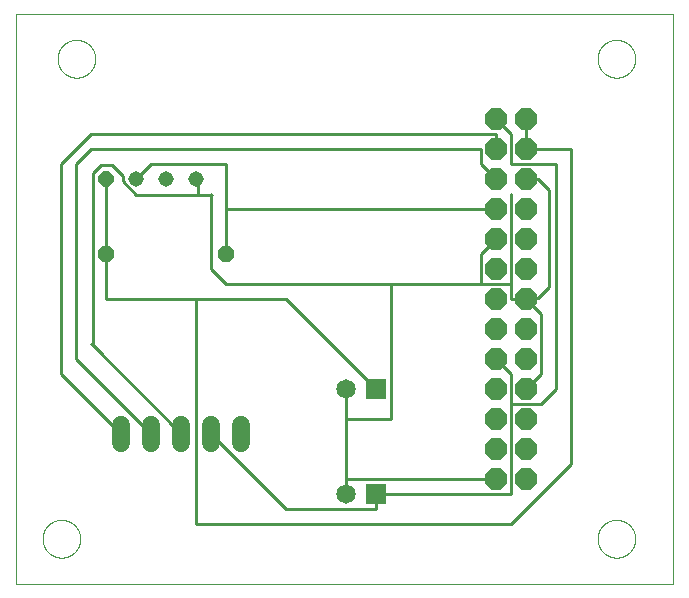
<source format=gtl>
G75*
%MOIN*%
%OFA0B0*%
%FSLAX25Y25*%
%IPPOS*%
%LPD*%
%AMOC8*
5,1,8,0,0,1.08239X$1,22.5*
%
%ADD10C,0.00000*%
%ADD11OC8,0.05150*%
%ADD12C,0.05150*%
%ADD13OC8,0.07400*%
%ADD14R,0.06500X0.06500*%
%ADD15C,0.06500*%
%ADD16OC8,0.05200*%
%ADD17C,0.06000*%
%ADD18C,0.01000*%
D10*
X0001000Y0001000D02*
X0001000Y0190961D01*
X0219701Y0190961D01*
X0219701Y0001000D01*
X0001000Y0001000D01*
X0009701Y0016000D02*
X0009703Y0016158D01*
X0009709Y0016316D01*
X0009719Y0016474D01*
X0009733Y0016632D01*
X0009751Y0016789D01*
X0009772Y0016946D01*
X0009798Y0017102D01*
X0009828Y0017258D01*
X0009861Y0017413D01*
X0009899Y0017566D01*
X0009940Y0017719D01*
X0009985Y0017871D01*
X0010034Y0018022D01*
X0010087Y0018171D01*
X0010143Y0018319D01*
X0010203Y0018465D01*
X0010267Y0018610D01*
X0010335Y0018753D01*
X0010406Y0018895D01*
X0010480Y0019035D01*
X0010558Y0019172D01*
X0010640Y0019308D01*
X0010724Y0019442D01*
X0010813Y0019573D01*
X0010904Y0019702D01*
X0010999Y0019829D01*
X0011096Y0019954D01*
X0011197Y0020076D01*
X0011301Y0020195D01*
X0011408Y0020312D01*
X0011518Y0020426D01*
X0011631Y0020537D01*
X0011746Y0020646D01*
X0011864Y0020751D01*
X0011985Y0020853D01*
X0012108Y0020953D01*
X0012234Y0021049D01*
X0012362Y0021142D01*
X0012492Y0021232D01*
X0012625Y0021318D01*
X0012760Y0021402D01*
X0012896Y0021481D01*
X0013035Y0021558D01*
X0013176Y0021630D01*
X0013318Y0021700D01*
X0013462Y0021765D01*
X0013608Y0021827D01*
X0013755Y0021885D01*
X0013904Y0021940D01*
X0014054Y0021991D01*
X0014205Y0022038D01*
X0014357Y0022081D01*
X0014510Y0022120D01*
X0014665Y0022156D01*
X0014820Y0022187D01*
X0014976Y0022215D01*
X0015132Y0022239D01*
X0015289Y0022259D01*
X0015447Y0022275D01*
X0015604Y0022287D01*
X0015763Y0022295D01*
X0015921Y0022299D01*
X0016079Y0022299D01*
X0016237Y0022295D01*
X0016396Y0022287D01*
X0016553Y0022275D01*
X0016711Y0022259D01*
X0016868Y0022239D01*
X0017024Y0022215D01*
X0017180Y0022187D01*
X0017335Y0022156D01*
X0017490Y0022120D01*
X0017643Y0022081D01*
X0017795Y0022038D01*
X0017946Y0021991D01*
X0018096Y0021940D01*
X0018245Y0021885D01*
X0018392Y0021827D01*
X0018538Y0021765D01*
X0018682Y0021700D01*
X0018824Y0021630D01*
X0018965Y0021558D01*
X0019104Y0021481D01*
X0019240Y0021402D01*
X0019375Y0021318D01*
X0019508Y0021232D01*
X0019638Y0021142D01*
X0019766Y0021049D01*
X0019892Y0020953D01*
X0020015Y0020853D01*
X0020136Y0020751D01*
X0020254Y0020646D01*
X0020369Y0020537D01*
X0020482Y0020426D01*
X0020592Y0020312D01*
X0020699Y0020195D01*
X0020803Y0020076D01*
X0020904Y0019954D01*
X0021001Y0019829D01*
X0021096Y0019702D01*
X0021187Y0019573D01*
X0021276Y0019442D01*
X0021360Y0019308D01*
X0021442Y0019172D01*
X0021520Y0019035D01*
X0021594Y0018895D01*
X0021665Y0018753D01*
X0021733Y0018610D01*
X0021797Y0018465D01*
X0021857Y0018319D01*
X0021913Y0018171D01*
X0021966Y0018022D01*
X0022015Y0017871D01*
X0022060Y0017719D01*
X0022101Y0017566D01*
X0022139Y0017413D01*
X0022172Y0017258D01*
X0022202Y0017102D01*
X0022228Y0016946D01*
X0022249Y0016789D01*
X0022267Y0016632D01*
X0022281Y0016474D01*
X0022291Y0016316D01*
X0022297Y0016158D01*
X0022299Y0016000D01*
X0022297Y0015842D01*
X0022291Y0015684D01*
X0022281Y0015526D01*
X0022267Y0015368D01*
X0022249Y0015211D01*
X0022228Y0015054D01*
X0022202Y0014898D01*
X0022172Y0014742D01*
X0022139Y0014587D01*
X0022101Y0014434D01*
X0022060Y0014281D01*
X0022015Y0014129D01*
X0021966Y0013978D01*
X0021913Y0013829D01*
X0021857Y0013681D01*
X0021797Y0013535D01*
X0021733Y0013390D01*
X0021665Y0013247D01*
X0021594Y0013105D01*
X0021520Y0012965D01*
X0021442Y0012828D01*
X0021360Y0012692D01*
X0021276Y0012558D01*
X0021187Y0012427D01*
X0021096Y0012298D01*
X0021001Y0012171D01*
X0020904Y0012046D01*
X0020803Y0011924D01*
X0020699Y0011805D01*
X0020592Y0011688D01*
X0020482Y0011574D01*
X0020369Y0011463D01*
X0020254Y0011354D01*
X0020136Y0011249D01*
X0020015Y0011147D01*
X0019892Y0011047D01*
X0019766Y0010951D01*
X0019638Y0010858D01*
X0019508Y0010768D01*
X0019375Y0010682D01*
X0019240Y0010598D01*
X0019104Y0010519D01*
X0018965Y0010442D01*
X0018824Y0010370D01*
X0018682Y0010300D01*
X0018538Y0010235D01*
X0018392Y0010173D01*
X0018245Y0010115D01*
X0018096Y0010060D01*
X0017946Y0010009D01*
X0017795Y0009962D01*
X0017643Y0009919D01*
X0017490Y0009880D01*
X0017335Y0009844D01*
X0017180Y0009813D01*
X0017024Y0009785D01*
X0016868Y0009761D01*
X0016711Y0009741D01*
X0016553Y0009725D01*
X0016396Y0009713D01*
X0016237Y0009705D01*
X0016079Y0009701D01*
X0015921Y0009701D01*
X0015763Y0009705D01*
X0015604Y0009713D01*
X0015447Y0009725D01*
X0015289Y0009741D01*
X0015132Y0009761D01*
X0014976Y0009785D01*
X0014820Y0009813D01*
X0014665Y0009844D01*
X0014510Y0009880D01*
X0014357Y0009919D01*
X0014205Y0009962D01*
X0014054Y0010009D01*
X0013904Y0010060D01*
X0013755Y0010115D01*
X0013608Y0010173D01*
X0013462Y0010235D01*
X0013318Y0010300D01*
X0013176Y0010370D01*
X0013035Y0010442D01*
X0012896Y0010519D01*
X0012760Y0010598D01*
X0012625Y0010682D01*
X0012492Y0010768D01*
X0012362Y0010858D01*
X0012234Y0010951D01*
X0012108Y0011047D01*
X0011985Y0011147D01*
X0011864Y0011249D01*
X0011746Y0011354D01*
X0011631Y0011463D01*
X0011518Y0011574D01*
X0011408Y0011688D01*
X0011301Y0011805D01*
X0011197Y0011924D01*
X0011096Y0012046D01*
X0010999Y0012171D01*
X0010904Y0012298D01*
X0010813Y0012427D01*
X0010724Y0012558D01*
X0010640Y0012692D01*
X0010558Y0012828D01*
X0010480Y0012965D01*
X0010406Y0013105D01*
X0010335Y0013247D01*
X0010267Y0013390D01*
X0010203Y0013535D01*
X0010143Y0013681D01*
X0010087Y0013829D01*
X0010034Y0013978D01*
X0009985Y0014129D01*
X0009940Y0014281D01*
X0009899Y0014434D01*
X0009861Y0014587D01*
X0009828Y0014742D01*
X0009798Y0014898D01*
X0009772Y0015054D01*
X0009751Y0015211D01*
X0009733Y0015368D01*
X0009719Y0015526D01*
X0009709Y0015684D01*
X0009703Y0015842D01*
X0009701Y0016000D01*
X0014701Y0176000D02*
X0014703Y0176158D01*
X0014709Y0176316D01*
X0014719Y0176474D01*
X0014733Y0176632D01*
X0014751Y0176789D01*
X0014772Y0176946D01*
X0014798Y0177102D01*
X0014828Y0177258D01*
X0014861Y0177413D01*
X0014899Y0177566D01*
X0014940Y0177719D01*
X0014985Y0177871D01*
X0015034Y0178022D01*
X0015087Y0178171D01*
X0015143Y0178319D01*
X0015203Y0178465D01*
X0015267Y0178610D01*
X0015335Y0178753D01*
X0015406Y0178895D01*
X0015480Y0179035D01*
X0015558Y0179172D01*
X0015640Y0179308D01*
X0015724Y0179442D01*
X0015813Y0179573D01*
X0015904Y0179702D01*
X0015999Y0179829D01*
X0016096Y0179954D01*
X0016197Y0180076D01*
X0016301Y0180195D01*
X0016408Y0180312D01*
X0016518Y0180426D01*
X0016631Y0180537D01*
X0016746Y0180646D01*
X0016864Y0180751D01*
X0016985Y0180853D01*
X0017108Y0180953D01*
X0017234Y0181049D01*
X0017362Y0181142D01*
X0017492Y0181232D01*
X0017625Y0181318D01*
X0017760Y0181402D01*
X0017896Y0181481D01*
X0018035Y0181558D01*
X0018176Y0181630D01*
X0018318Y0181700D01*
X0018462Y0181765D01*
X0018608Y0181827D01*
X0018755Y0181885D01*
X0018904Y0181940D01*
X0019054Y0181991D01*
X0019205Y0182038D01*
X0019357Y0182081D01*
X0019510Y0182120D01*
X0019665Y0182156D01*
X0019820Y0182187D01*
X0019976Y0182215D01*
X0020132Y0182239D01*
X0020289Y0182259D01*
X0020447Y0182275D01*
X0020604Y0182287D01*
X0020763Y0182295D01*
X0020921Y0182299D01*
X0021079Y0182299D01*
X0021237Y0182295D01*
X0021396Y0182287D01*
X0021553Y0182275D01*
X0021711Y0182259D01*
X0021868Y0182239D01*
X0022024Y0182215D01*
X0022180Y0182187D01*
X0022335Y0182156D01*
X0022490Y0182120D01*
X0022643Y0182081D01*
X0022795Y0182038D01*
X0022946Y0181991D01*
X0023096Y0181940D01*
X0023245Y0181885D01*
X0023392Y0181827D01*
X0023538Y0181765D01*
X0023682Y0181700D01*
X0023824Y0181630D01*
X0023965Y0181558D01*
X0024104Y0181481D01*
X0024240Y0181402D01*
X0024375Y0181318D01*
X0024508Y0181232D01*
X0024638Y0181142D01*
X0024766Y0181049D01*
X0024892Y0180953D01*
X0025015Y0180853D01*
X0025136Y0180751D01*
X0025254Y0180646D01*
X0025369Y0180537D01*
X0025482Y0180426D01*
X0025592Y0180312D01*
X0025699Y0180195D01*
X0025803Y0180076D01*
X0025904Y0179954D01*
X0026001Y0179829D01*
X0026096Y0179702D01*
X0026187Y0179573D01*
X0026276Y0179442D01*
X0026360Y0179308D01*
X0026442Y0179172D01*
X0026520Y0179035D01*
X0026594Y0178895D01*
X0026665Y0178753D01*
X0026733Y0178610D01*
X0026797Y0178465D01*
X0026857Y0178319D01*
X0026913Y0178171D01*
X0026966Y0178022D01*
X0027015Y0177871D01*
X0027060Y0177719D01*
X0027101Y0177566D01*
X0027139Y0177413D01*
X0027172Y0177258D01*
X0027202Y0177102D01*
X0027228Y0176946D01*
X0027249Y0176789D01*
X0027267Y0176632D01*
X0027281Y0176474D01*
X0027291Y0176316D01*
X0027297Y0176158D01*
X0027299Y0176000D01*
X0027297Y0175842D01*
X0027291Y0175684D01*
X0027281Y0175526D01*
X0027267Y0175368D01*
X0027249Y0175211D01*
X0027228Y0175054D01*
X0027202Y0174898D01*
X0027172Y0174742D01*
X0027139Y0174587D01*
X0027101Y0174434D01*
X0027060Y0174281D01*
X0027015Y0174129D01*
X0026966Y0173978D01*
X0026913Y0173829D01*
X0026857Y0173681D01*
X0026797Y0173535D01*
X0026733Y0173390D01*
X0026665Y0173247D01*
X0026594Y0173105D01*
X0026520Y0172965D01*
X0026442Y0172828D01*
X0026360Y0172692D01*
X0026276Y0172558D01*
X0026187Y0172427D01*
X0026096Y0172298D01*
X0026001Y0172171D01*
X0025904Y0172046D01*
X0025803Y0171924D01*
X0025699Y0171805D01*
X0025592Y0171688D01*
X0025482Y0171574D01*
X0025369Y0171463D01*
X0025254Y0171354D01*
X0025136Y0171249D01*
X0025015Y0171147D01*
X0024892Y0171047D01*
X0024766Y0170951D01*
X0024638Y0170858D01*
X0024508Y0170768D01*
X0024375Y0170682D01*
X0024240Y0170598D01*
X0024104Y0170519D01*
X0023965Y0170442D01*
X0023824Y0170370D01*
X0023682Y0170300D01*
X0023538Y0170235D01*
X0023392Y0170173D01*
X0023245Y0170115D01*
X0023096Y0170060D01*
X0022946Y0170009D01*
X0022795Y0169962D01*
X0022643Y0169919D01*
X0022490Y0169880D01*
X0022335Y0169844D01*
X0022180Y0169813D01*
X0022024Y0169785D01*
X0021868Y0169761D01*
X0021711Y0169741D01*
X0021553Y0169725D01*
X0021396Y0169713D01*
X0021237Y0169705D01*
X0021079Y0169701D01*
X0020921Y0169701D01*
X0020763Y0169705D01*
X0020604Y0169713D01*
X0020447Y0169725D01*
X0020289Y0169741D01*
X0020132Y0169761D01*
X0019976Y0169785D01*
X0019820Y0169813D01*
X0019665Y0169844D01*
X0019510Y0169880D01*
X0019357Y0169919D01*
X0019205Y0169962D01*
X0019054Y0170009D01*
X0018904Y0170060D01*
X0018755Y0170115D01*
X0018608Y0170173D01*
X0018462Y0170235D01*
X0018318Y0170300D01*
X0018176Y0170370D01*
X0018035Y0170442D01*
X0017896Y0170519D01*
X0017760Y0170598D01*
X0017625Y0170682D01*
X0017492Y0170768D01*
X0017362Y0170858D01*
X0017234Y0170951D01*
X0017108Y0171047D01*
X0016985Y0171147D01*
X0016864Y0171249D01*
X0016746Y0171354D01*
X0016631Y0171463D01*
X0016518Y0171574D01*
X0016408Y0171688D01*
X0016301Y0171805D01*
X0016197Y0171924D01*
X0016096Y0172046D01*
X0015999Y0172171D01*
X0015904Y0172298D01*
X0015813Y0172427D01*
X0015724Y0172558D01*
X0015640Y0172692D01*
X0015558Y0172828D01*
X0015480Y0172965D01*
X0015406Y0173105D01*
X0015335Y0173247D01*
X0015267Y0173390D01*
X0015203Y0173535D01*
X0015143Y0173681D01*
X0015087Y0173829D01*
X0015034Y0173978D01*
X0014985Y0174129D01*
X0014940Y0174281D01*
X0014899Y0174434D01*
X0014861Y0174587D01*
X0014828Y0174742D01*
X0014798Y0174898D01*
X0014772Y0175054D01*
X0014751Y0175211D01*
X0014733Y0175368D01*
X0014719Y0175526D01*
X0014709Y0175684D01*
X0014703Y0175842D01*
X0014701Y0176000D01*
X0194701Y0176000D02*
X0194703Y0176158D01*
X0194709Y0176316D01*
X0194719Y0176474D01*
X0194733Y0176632D01*
X0194751Y0176789D01*
X0194772Y0176946D01*
X0194798Y0177102D01*
X0194828Y0177258D01*
X0194861Y0177413D01*
X0194899Y0177566D01*
X0194940Y0177719D01*
X0194985Y0177871D01*
X0195034Y0178022D01*
X0195087Y0178171D01*
X0195143Y0178319D01*
X0195203Y0178465D01*
X0195267Y0178610D01*
X0195335Y0178753D01*
X0195406Y0178895D01*
X0195480Y0179035D01*
X0195558Y0179172D01*
X0195640Y0179308D01*
X0195724Y0179442D01*
X0195813Y0179573D01*
X0195904Y0179702D01*
X0195999Y0179829D01*
X0196096Y0179954D01*
X0196197Y0180076D01*
X0196301Y0180195D01*
X0196408Y0180312D01*
X0196518Y0180426D01*
X0196631Y0180537D01*
X0196746Y0180646D01*
X0196864Y0180751D01*
X0196985Y0180853D01*
X0197108Y0180953D01*
X0197234Y0181049D01*
X0197362Y0181142D01*
X0197492Y0181232D01*
X0197625Y0181318D01*
X0197760Y0181402D01*
X0197896Y0181481D01*
X0198035Y0181558D01*
X0198176Y0181630D01*
X0198318Y0181700D01*
X0198462Y0181765D01*
X0198608Y0181827D01*
X0198755Y0181885D01*
X0198904Y0181940D01*
X0199054Y0181991D01*
X0199205Y0182038D01*
X0199357Y0182081D01*
X0199510Y0182120D01*
X0199665Y0182156D01*
X0199820Y0182187D01*
X0199976Y0182215D01*
X0200132Y0182239D01*
X0200289Y0182259D01*
X0200447Y0182275D01*
X0200604Y0182287D01*
X0200763Y0182295D01*
X0200921Y0182299D01*
X0201079Y0182299D01*
X0201237Y0182295D01*
X0201396Y0182287D01*
X0201553Y0182275D01*
X0201711Y0182259D01*
X0201868Y0182239D01*
X0202024Y0182215D01*
X0202180Y0182187D01*
X0202335Y0182156D01*
X0202490Y0182120D01*
X0202643Y0182081D01*
X0202795Y0182038D01*
X0202946Y0181991D01*
X0203096Y0181940D01*
X0203245Y0181885D01*
X0203392Y0181827D01*
X0203538Y0181765D01*
X0203682Y0181700D01*
X0203824Y0181630D01*
X0203965Y0181558D01*
X0204104Y0181481D01*
X0204240Y0181402D01*
X0204375Y0181318D01*
X0204508Y0181232D01*
X0204638Y0181142D01*
X0204766Y0181049D01*
X0204892Y0180953D01*
X0205015Y0180853D01*
X0205136Y0180751D01*
X0205254Y0180646D01*
X0205369Y0180537D01*
X0205482Y0180426D01*
X0205592Y0180312D01*
X0205699Y0180195D01*
X0205803Y0180076D01*
X0205904Y0179954D01*
X0206001Y0179829D01*
X0206096Y0179702D01*
X0206187Y0179573D01*
X0206276Y0179442D01*
X0206360Y0179308D01*
X0206442Y0179172D01*
X0206520Y0179035D01*
X0206594Y0178895D01*
X0206665Y0178753D01*
X0206733Y0178610D01*
X0206797Y0178465D01*
X0206857Y0178319D01*
X0206913Y0178171D01*
X0206966Y0178022D01*
X0207015Y0177871D01*
X0207060Y0177719D01*
X0207101Y0177566D01*
X0207139Y0177413D01*
X0207172Y0177258D01*
X0207202Y0177102D01*
X0207228Y0176946D01*
X0207249Y0176789D01*
X0207267Y0176632D01*
X0207281Y0176474D01*
X0207291Y0176316D01*
X0207297Y0176158D01*
X0207299Y0176000D01*
X0207297Y0175842D01*
X0207291Y0175684D01*
X0207281Y0175526D01*
X0207267Y0175368D01*
X0207249Y0175211D01*
X0207228Y0175054D01*
X0207202Y0174898D01*
X0207172Y0174742D01*
X0207139Y0174587D01*
X0207101Y0174434D01*
X0207060Y0174281D01*
X0207015Y0174129D01*
X0206966Y0173978D01*
X0206913Y0173829D01*
X0206857Y0173681D01*
X0206797Y0173535D01*
X0206733Y0173390D01*
X0206665Y0173247D01*
X0206594Y0173105D01*
X0206520Y0172965D01*
X0206442Y0172828D01*
X0206360Y0172692D01*
X0206276Y0172558D01*
X0206187Y0172427D01*
X0206096Y0172298D01*
X0206001Y0172171D01*
X0205904Y0172046D01*
X0205803Y0171924D01*
X0205699Y0171805D01*
X0205592Y0171688D01*
X0205482Y0171574D01*
X0205369Y0171463D01*
X0205254Y0171354D01*
X0205136Y0171249D01*
X0205015Y0171147D01*
X0204892Y0171047D01*
X0204766Y0170951D01*
X0204638Y0170858D01*
X0204508Y0170768D01*
X0204375Y0170682D01*
X0204240Y0170598D01*
X0204104Y0170519D01*
X0203965Y0170442D01*
X0203824Y0170370D01*
X0203682Y0170300D01*
X0203538Y0170235D01*
X0203392Y0170173D01*
X0203245Y0170115D01*
X0203096Y0170060D01*
X0202946Y0170009D01*
X0202795Y0169962D01*
X0202643Y0169919D01*
X0202490Y0169880D01*
X0202335Y0169844D01*
X0202180Y0169813D01*
X0202024Y0169785D01*
X0201868Y0169761D01*
X0201711Y0169741D01*
X0201553Y0169725D01*
X0201396Y0169713D01*
X0201237Y0169705D01*
X0201079Y0169701D01*
X0200921Y0169701D01*
X0200763Y0169705D01*
X0200604Y0169713D01*
X0200447Y0169725D01*
X0200289Y0169741D01*
X0200132Y0169761D01*
X0199976Y0169785D01*
X0199820Y0169813D01*
X0199665Y0169844D01*
X0199510Y0169880D01*
X0199357Y0169919D01*
X0199205Y0169962D01*
X0199054Y0170009D01*
X0198904Y0170060D01*
X0198755Y0170115D01*
X0198608Y0170173D01*
X0198462Y0170235D01*
X0198318Y0170300D01*
X0198176Y0170370D01*
X0198035Y0170442D01*
X0197896Y0170519D01*
X0197760Y0170598D01*
X0197625Y0170682D01*
X0197492Y0170768D01*
X0197362Y0170858D01*
X0197234Y0170951D01*
X0197108Y0171047D01*
X0196985Y0171147D01*
X0196864Y0171249D01*
X0196746Y0171354D01*
X0196631Y0171463D01*
X0196518Y0171574D01*
X0196408Y0171688D01*
X0196301Y0171805D01*
X0196197Y0171924D01*
X0196096Y0172046D01*
X0195999Y0172171D01*
X0195904Y0172298D01*
X0195813Y0172427D01*
X0195724Y0172558D01*
X0195640Y0172692D01*
X0195558Y0172828D01*
X0195480Y0172965D01*
X0195406Y0173105D01*
X0195335Y0173247D01*
X0195267Y0173390D01*
X0195203Y0173535D01*
X0195143Y0173681D01*
X0195087Y0173829D01*
X0195034Y0173978D01*
X0194985Y0174129D01*
X0194940Y0174281D01*
X0194899Y0174434D01*
X0194861Y0174587D01*
X0194828Y0174742D01*
X0194798Y0174898D01*
X0194772Y0175054D01*
X0194751Y0175211D01*
X0194733Y0175368D01*
X0194719Y0175526D01*
X0194709Y0175684D01*
X0194703Y0175842D01*
X0194701Y0176000D01*
X0194701Y0016000D02*
X0194703Y0016158D01*
X0194709Y0016316D01*
X0194719Y0016474D01*
X0194733Y0016632D01*
X0194751Y0016789D01*
X0194772Y0016946D01*
X0194798Y0017102D01*
X0194828Y0017258D01*
X0194861Y0017413D01*
X0194899Y0017566D01*
X0194940Y0017719D01*
X0194985Y0017871D01*
X0195034Y0018022D01*
X0195087Y0018171D01*
X0195143Y0018319D01*
X0195203Y0018465D01*
X0195267Y0018610D01*
X0195335Y0018753D01*
X0195406Y0018895D01*
X0195480Y0019035D01*
X0195558Y0019172D01*
X0195640Y0019308D01*
X0195724Y0019442D01*
X0195813Y0019573D01*
X0195904Y0019702D01*
X0195999Y0019829D01*
X0196096Y0019954D01*
X0196197Y0020076D01*
X0196301Y0020195D01*
X0196408Y0020312D01*
X0196518Y0020426D01*
X0196631Y0020537D01*
X0196746Y0020646D01*
X0196864Y0020751D01*
X0196985Y0020853D01*
X0197108Y0020953D01*
X0197234Y0021049D01*
X0197362Y0021142D01*
X0197492Y0021232D01*
X0197625Y0021318D01*
X0197760Y0021402D01*
X0197896Y0021481D01*
X0198035Y0021558D01*
X0198176Y0021630D01*
X0198318Y0021700D01*
X0198462Y0021765D01*
X0198608Y0021827D01*
X0198755Y0021885D01*
X0198904Y0021940D01*
X0199054Y0021991D01*
X0199205Y0022038D01*
X0199357Y0022081D01*
X0199510Y0022120D01*
X0199665Y0022156D01*
X0199820Y0022187D01*
X0199976Y0022215D01*
X0200132Y0022239D01*
X0200289Y0022259D01*
X0200447Y0022275D01*
X0200604Y0022287D01*
X0200763Y0022295D01*
X0200921Y0022299D01*
X0201079Y0022299D01*
X0201237Y0022295D01*
X0201396Y0022287D01*
X0201553Y0022275D01*
X0201711Y0022259D01*
X0201868Y0022239D01*
X0202024Y0022215D01*
X0202180Y0022187D01*
X0202335Y0022156D01*
X0202490Y0022120D01*
X0202643Y0022081D01*
X0202795Y0022038D01*
X0202946Y0021991D01*
X0203096Y0021940D01*
X0203245Y0021885D01*
X0203392Y0021827D01*
X0203538Y0021765D01*
X0203682Y0021700D01*
X0203824Y0021630D01*
X0203965Y0021558D01*
X0204104Y0021481D01*
X0204240Y0021402D01*
X0204375Y0021318D01*
X0204508Y0021232D01*
X0204638Y0021142D01*
X0204766Y0021049D01*
X0204892Y0020953D01*
X0205015Y0020853D01*
X0205136Y0020751D01*
X0205254Y0020646D01*
X0205369Y0020537D01*
X0205482Y0020426D01*
X0205592Y0020312D01*
X0205699Y0020195D01*
X0205803Y0020076D01*
X0205904Y0019954D01*
X0206001Y0019829D01*
X0206096Y0019702D01*
X0206187Y0019573D01*
X0206276Y0019442D01*
X0206360Y0019308D01*
X0206442Y0019172D01*
X0206520Y0019035D01*
X0206594Y0018895D01*
X0206665Y0018753D01*
X0206733Y0018610D01*
X0206797Y0018465D01*
X0206857Y0018319D01*
X0206913Y0018171D01*
X0206966Y0018022D01*
X0207015Y0017871D01*
X0207060Y0017719D01*
X0207101Y0017566D01*
X0207139Y0017413D01*
X0207172Y0017258D01*
X0207202Y0017102D01*
X0207228Y0016946D01*
X0207249Y0016789D01*
X0207267Y0016632D01*
X0207281Y0016474D01*
X0207291Y0016316D01*
X0207297Y0016158D01*
X0207299Y0016000D01*
X0207297Y0015842D01*
X0207291Y0015684D01*
X0207281Y0015526D01*
X0207267Y0015368D01*
X0207249Y0015211D01*
X0207228Y0015054D01*
X0207202Y0014898D01*
X0207172Y0014742D01*
X0207139Y0014587D01*
X0207101Y0014434D01*
X0207060Y0014281D01*
X0207015Y0014129D01*
X0206966Y0013978D01*
X0206913Y0013829D01*
X0206857Y0013681D01*
X0206797Y0013535D01*
X0206733Y0013390D01*
X0206665Y0013247D01*
X0206594Y0013105D01*
X0206520Y0012965D01*
X0206442Y0012828D01*
X0206360Y0012692D01*
X0206276Y0012558D01*
X0206187Y0012427D01*
X0206096Y0012298D01*
X0206001Y0012171D01*
X0205904Y0012046D01*
X0205803Y0011924D01*
X0205699Y0011805D01*
X0205592Y0011688D01*
X0205482Y0011574D01*
X0205369Y0011463D01*
X0205254Y0011354D01*
X0205136Y0011249D01*
X0205015Y0011147D01*
X0204892Y0011047D01*
X0204766Y0010951D01*
X0204638Y0010858D01*
X0204508Y0010768D01*
X0204375Y0010682D01*
X0204240Y0010598D01*
X0204104Y0010519D01*
X0203965Y0010442D01*
X0203824Y0010370D01*
X0203682Y0010300D01*
X0203538Y0010235D01*
X0203392Y0010173D01*
X0203245Y0010115D01*
X0203096Y0010060D01*
X0202946Y0010009D01*
X0202795Y0009962D01*
X0202643Y0009919D01*
X0202490Y0009880D01*
X0202335Y0009844D01*
X0202180Y0009813D01*
X0202024Y0009785D01*
X0201868Y0009761D01*
X0201711Y0009741D01*
X0201553Y0009725D01*
X0201396Y0009713D01*
X0201237Y0009705D01*
X0201079Y0009701D01*
X0200921Y0009701D01*
X0200763Y0009705D01*
X0200604Y0009713D01*
X0200447Y0009725D01*
X0200289Y0009741D01*
X0200132Y0009761D01*
X0199976Y0009785D01*
X0199820Y0009813D01*
X0199665Y0009844D01*
X0199510Y0009880D01*
X0199357Y0009919D01*
X0199205Y0009962D01*
X0199054Y0010009D01*
X0198904Y0010060D01*
X0198755Y0010115D01*
X0198608Y0010173D01*
X0198462Y0010235D01*
X0198318Y0010300D01*
X0198176Y0010370D01*
X0198035Y0010442D01*
X0197896Y0010519D01*
X0197760Y0010598D01*
X0197625Y0010682D01*
X0197492Y0010768D01*
X0197362Y0010858D01*
X0197234Y0010951D01*
X0197108Y0011047D01*
X0196985Y0011147D01*
X0196864Y0011249D01*
X0196746Y0011354D01*
X0196631Y0011463D01*
X0196518Y0011574D01*
X0196408Y0011688D01*
X0196301Y0011805D01*
X0196197Y0011924D01*
X0196096Y0012046D01*
X0195999Y0012171D01*
X0195904Y0012298D01*
X0195813Y0012427D01*
X0195724Y0012558D01*
X0195640Y0012692D01*
X0195558Y0012828D01*
X0195480Y0012965D01*
X0195406Y0013105D01*
X0195335Y0013247D01*
X0195267Y0013390D01*
X0195203Y0013535D01*
X0195143Y0013681D01*
X0195087Y0013829D01*
X0195034Y0013978D01*
X0194985Y0014129D01*
X0194940Y0014281D01*
X0194899Y0014434D01*
X0194861Y0014587D01*
X0194828Y0014742D01*
X0194798Y0014898D01*
X0194772Y0015054D01*
X0194751Y0015211D01*
X0194733Y0015368D01*
X0194719Y0015526D01*
X0194709Y0015684D01*
X0194703Y0015842D01*
X0194701Y0016000D01*
D11*
X0031000Y0136000D03*
D12*
X0041000Y0136000D03*
X0051000Y0136000D03*
X0061000Y0136000D03*
D13*
X0161000Y0136000D03*
X0161000Y0126000D03*
X0161000Y0116000D03*
X0161000Y0106000D03*
X0161000Y0096000D03*
X0171000Y0096000D03*
X0171000Y0106000D03*
X0171000Y0116000D03*
X0171000Y0126000D03*
X0171000Y0136000D03*
X0171000Y0146000D03*
X0171000Y0156000D03*
X0161000Y0156000D03*
X0161000Y0146000D03*
X0161000Y0086000D03*
X0161000Y0076000D03*
X0161000Y0066000D03*
X0161000Y0056000D03*
X0171000Y0056000D03*
X0171000Y0066000D03*
X0171000Y0076000D03*
X0171000Y0086000D03*
X0171000Y0046000D03*
X0171000Y0036000D03*
X0161000Y0036000D03*
X0161000Y0046000D03*
D14*
X0121000Y0031000D03*
X0121000Y0066000D03*
D15*
X0111000Y0066000D03*
X0111000Y0031000D03*
D16*
X0071000Y0111000D03*
X0031000Y0111000D03*
D17*
X0036000Y0054000D02*
X0036000Y0048000D01*
X0046000Y0048000D02*
X0046000Y0054000D01*
X0056000Y0054000D02*
X0056000Y0048000D01*
X0066000Y0048000D02*
X0066000Y0054000D01*
X0076000Y0054000D02*
X0076000Y0048000D01*
D18*
X0066000Y0051000D02*
X0091000Y0026000D01*
X0121000Y0026000D01*
X0121000Y0031000D01*
X0166000Y0031000D01*
X0166000Y0061000D01*
X0176000Y0061000D01*
X0181000Y0066000D01*
X0181000Y0141000D01*
X0166000Y0141000D01*
X0166000Y0151000D01*
X0161000Y0156000D01*
X0161000Y0151000D02*
X0161000Y0146000D01*
X0161000Y0151000D02*
X0026000Y0151000D01*
X0016000Y0141000D01*
X0016000Y0071000D01*
X0036000Y0051000D01*
X0046000Y0051000D02*
X0021000Y0076000D01*
X0021000Y0141000D01*
X0026000Y0146000D01*
X0156000Y0146000D01*
X0156000Y0141000D01*
X0161000Y0136000D01*
X0166000Y0131000D02*
X0166000Y0101000D01*
X0166000Y0096000D01*
X0171000Y0096000D01*
X0171400Y0096400D01*
X0175000Y0096400D01*
X0178600Y0100000D01*
X0178600Y0132400D01*
X0175000Y0136000D01*
X0171000Y0136000D01*
X0161000Y0126000D02*
X0071000Y0126000D01*
X0071000Y0141000D01*
X0046000Y0141000D01*
X0041000Y0136000D01*
X0036400Y0135100D02*
X0040900Y0130600D01*
X0061600Y0130600D01*
X0061600Y0136000D01*
X0061000Y0136000D01*
X0061600Y0130600D02*
X0066000Y0130600D01*
X0066100Y0130600D01*
X0066000Y0130600D02*
X0066000Y0131000D01*
X0066000Y0130600D02*
X0066000Y0106000D01*
X0071000Y0101000D01*
X0126000Y0101000D01*
X0126000Y0056000D01*
X0111000Y0056000D01*
X0111000Y0036000D01*
X0161000Y0036000D01*
X0166000Y0021000D02*
X0061000Y0021000D01*
X0061000Y0096000D01*
X0091000Y0096000D01*
X0121000Y0066000D01*
X0111000Y0066000D02*
X0111000Y0056000D01*
X0111000Y0036000D02*
X0111000Y0031000D01*
X0161000Y0076000D02*
X0166000Y0071000D01*
X0166000Y0061000D01*
X0171000Y0066000D02*
X0176000Y0071000D01*
X0176000Y0091000D01*
X0171000Y0096000D01*
X0166000Y0101000D02*
X0156000Y0101000D01*
X0156000Y0111000D01*
X0161000Y0116000D01*
X0156000Y0101000D02*
X0126000Y0101000D01*
X0171000Y0146000D02*
X0186000Y0146000D01*
X0186000Y0041000D01*
X0166000Y0021000D01*
X0071000Y0111000D02*
X0071000Y0126000D01*
X0061000Y0096000D02*
X0031000Y0096000D01*
X0031000Y0111000D01*
X0031000Y0136000D01*
X0029200Y0140500D02*
X0026500Y0137800D01*
X0026500Y0081100D01*
X0026200Y0080800D01*
X0056000Y0051000D01*
X0026200Y0080800D02*
X0026000Y0081000D01*
X0036400Y0135100D02*
X0036400Y0136900D01*
X0032800Y0140500D01*
X0029200Y0140500D01*
X0171000Y0146000D02*
X0171000Y0156000D01*
M02*

</source>
